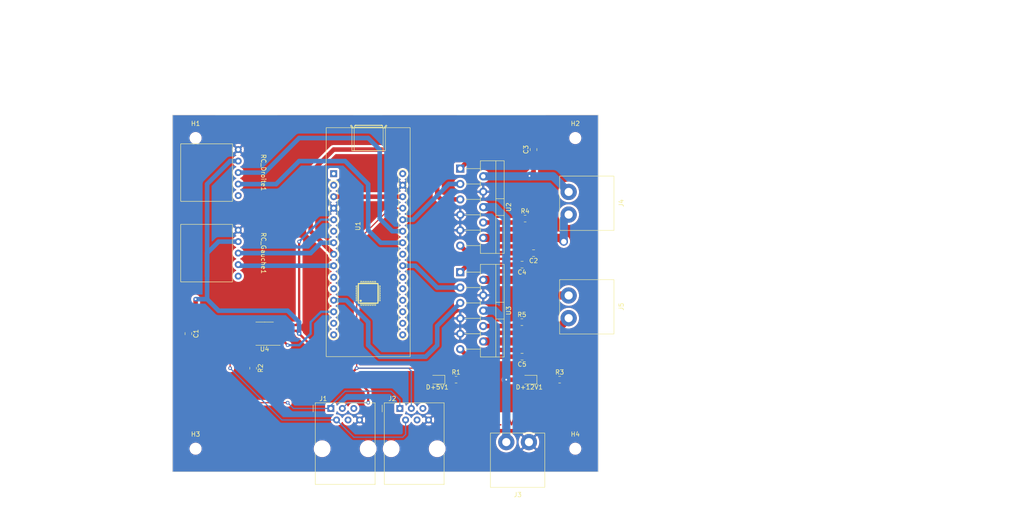
<source format=kicad_pcb>
(kicad_pcb (version 20221018) (generator pcbnew)
  (layers (0 "F.Cu" signal) (31 "B.Cu" signal) (34 "B.Paste" user) (35 "F.Paste" user) (36 "B.SilkS" user "B.Silkscreen") (37 "F.SilkS" user "F.Silkscreen") (38 "B.Mask" user) (39 "F.Mask" user) (44 "Edge.Cuts" user))
  (net 0 "")
  (net 1 "+5V")
  (net 2 "GND")
  (net 3 "Mot_D_Out2")
  (net 4 "Net-(U2-BOOTSTRAP2)")
  (net 5 "Mot_D_Out1")
  (net 6 "Net-(U2-BOOTSTRAP1)")
  (net 7 "Mot_G_Out1")
  (net 8 "Net-(U3-BOOTSTRAP1)")
  (net 9 "Mot_G_Out2")
  (net 10 "Net-(U3-BOOTSTRAP2)")
  (net 11 "Net-(D+5V1-K)")
  (net 12 "Net-(D+12V1-K)")
  (net 13 "+12V")
  (net 14 "CANL")
  (net 15 "CANH")
  (net 20 "Net-(U4-Rs)")
  (net 21 "Net-(U2-CURRENT_SENSE_OUTPUT)")
  (net 22 "Net-(U3-CURRENT_SENSE_OUTPUT)")
  (net 23 "A_D")
  (net 24 "B_D")
  (net 26 "A_G")
  (net 27 "B_G")
  (net 31 "Net-(U1-~{RST}-Pad28)")
  (net 32 "CAN_RX")
  (net 34 "PWM_D")
  (net 37 "PWM_G")
  (net 38 "CAN_TX")
  (net 47 "DIR_G")
  (net 49 "DIR_D")
  (footprint "Resistor_SMD:R_0805_2012Metric" (layer "F.Cu") (at 151.4875 93.98)
    (fp_text reference "R4" (at 0 -1.65) (layer "F.SilkS"))
    (fp_text value "R")
    (pad "1" smd roundrect (at -0.9125 0) (size 1.025 1.4) (layers "F.Cu" "F.Paste" "F.Mask") (roundrect_rratio 0.243902) (net 21 "Net-(U2-CURRENT_SENSE_OUTPUT)"))
    (pad "2" smd roundrect (at 0.9125 0) (size 1.025 1.4) (layers "F.Cu" "F.Paste" "F.Mask") (roundrect_rratio 0.243902) (net 2 "GND"))
  )
  (footprint "Capacitor_SMD:C_0805_2012Metric" (layer "F.Cu") (at 153.35 78.74 90)
    (fp_text reference "C3" (at 0 -1.68 90) (layer "F.SilkS"))
    (fp_text value "C_Polarized")
    (pad "1" smd roundrect (at -0.95 0 90) (size 1 1.45) (layers "F.Cu" "F.Paste" "F.Mask") (net 5 "Mot_D_Out1"))
    (pad "2" smd roundrect (at 0.95 0 90) (size 1 1.45) (layers "F.Cu" "F.Paste" "F.Mask") (net 6 "Net-(U2-BOOTSTRAP1)"))
  )
  (footprint "PCM_Robot:HE14-5-angle" (layer "F.Cu") (at 93.2325 101.6 -90)
    (fp_text reference "RC_Gauche1" (at 0 -0.5 -90 unlocked) (layer "F.SilkS"))
    (fp_text value "roues_codeuses")
    (pad "1" thru_hole circle (at -5.08 5.08 270) (size 1.524 1.524) (drill 0.762) (layers "*.Cu" "*.Mask") (net 2 "GND"))
    (pad "2" thru_hole circle (at -2.54 5.08 270) (size 1.524 1.524) (drill 0.762) (layers "*.Cu" "*.Mask") (net 1 "+5V"))
    (pad "3" thru_hole circle (at 0 5.08 270) (size 1.524 1.524) (drill 0.762) (layers "*.Cu" "*.Mask") (net 26 "A_G"))
    (pad "4" thru_hole circle (at 2.54 5.08 270) (size 1.524 1.524) (drill 0.762) (layers "*.Cu" "*.Mask") (net 27 "B_G"))
    (pad "5" thru_hole circle (at 5.08 5.08 270) (size 1.524 1.524) (drill 0.762) (layers "*.Cu" "*.Mask"))
  )
  (footprint "Capacitor_SMD:C_0805_2012Metric" (layer "F.Cu") (at 150.81 104.14 180)
    (fp_text reference "C4" (at 0 -1.68) (layer "F.SilkS"))
    (fp_text value "C_Polarized")
    (pad "1" smd roundrect (at -0.95 0 180) (size 1 1.45) (layers "F.Cu" "F.Paste" "F.Mask") (net 7 "Mot_G_Out1"))
    (pad "2" smd roundrect (at 0.95 0 180) (size 1 1.45) (layers "F.Cu" "F.Paste" "F.Mask") (net 8 "Net-(U3-BOOTSTRAP1)"))
  )
  (footprint "Capacitor_SMD:C_0805_2012Metric" (layer "F.Cu") (at 150.81 124.46 180)
    (fp_text reference "C5" (at 0 -1.68) (layer "F.SilkS"))
    (fp_text value "C_Polarized")
    (pad "1" smd roundrect (at -0.95 0 180) (size 1 1.45) (layers "F.Cu" "F.Paste" "F.Mask") (net 9 "Mot_G_Out2"))
    (pad "2" smd roundrect (at 0.95 0 180) (size 1 1.45) (layers "F.Cu" "F.Paste" "F.Mask") (net 10 "Net-(U3-BOOTSTRAP2)"))
  )
  (footprint "Capacitor_SMD:C_0805_2012Metric" (layer "F.Cu") (at 153.35 101.6 180)
    (fp_text reference "C2" (at 0 -1.68) (layer "F.SilkS"))
    (fp_text value "C_Polarized")
    (pad "1" smd roundrect (at -0.95 0 180) (size 1 1.45) (layers "F.Cu" "F.Paste" "F.Mask") (net 3 "Mot_D_Out2"))
    (pad "2" smd roundrect (at 0.95 0 180) (size 1 1.45) (layers "F.Cu" "F.Paste" "F.Mask") (net 4 "Net-(U2-BOOTSTRAP2)"))
  )
  (footprint "MountingHole:MountingHole_2.2mm_M2" (layer "F.Cu") (at 162.56 144.78)
    (fp_text reference "H4" (at 0 -3.2) (layer "F.SilkS"))
    (fp_text value "MountingHole")
    (pad "" np_thru_hole circle (at 0 0) (size 2.2 2.2) (drill 2.2) (layers "*.Cu" "*.Mask"))
  )
  (footprint "MountingHole:MountingHole_2.2mm_M2" (layer "F.Cu") (at 78.74 76.2)
    (fp_text reference "H1" (at 0 -3.2) (layer "F.SilkS"))
    (fp_text value "MountingHole")
    (pad "" np_thru_hole circle (at 0 0) (size 2.2 2.2) (drill 2.2) (layers "*.Cu" "*.Mask"))
  )
  (footprint "PCM_Robot:RJ12" (layer "F.Cu") (at 123.83 135.89)
    (fp_text reference "J2" (at -1.67 -2.16) (layer "F.SilkS"))
    (fp_text value "RJ_can")
    (pad "" np_thru_hole circle (at -1.91 8.89) (size 3.25 3.25) (drill 3.25) (layers "*.Cu" "*.Mask"))
    (pad "" np_thru_hole circle (at 8.25 8.89) (size 3.25 3.25) (drill 3.25) (layers "*.Cu" "*.Mask"))
    (pad "1" thru_hole rect (at 0 0) (size 1.52 1.52) (drill 0.76) (layers "*.Cu" "*.Mask") (net 14 "CANL"))
    (pad "2" thru_hole circle (at 1.27 2.54) (size 1.52 1.52) (drill 0.76) (layers "*.Cu" "*.Mask") (net 15 "CANH"))
    (pad "3" thru_hole circle (at 2.54 0) (size 1.52 1.52) (drill 0.76) (layers "*.Cu" "*.Mask") (net 1 "+5V"))
    (pad "4" thru_hole circle (at 3.81 2.54) (size 1.52 1.52) (drill 0.76) (layers "*.Cu" "*.Mask"))
    (pad "5" thru_hole circle (at 5.08 0) (size 1.52 1.52) (drill 0.76) (layers "*.Cu" "*.Mask"))
    (pad "6" thru_hole circle (at 6.35 2.54) (size 1.52 1.52) (drill 0.76) (layers "*.Cu" "*.Mask") (net 2 "GND"))
  )
  (footprint "LED_SMD:LED_0805_2012Metric" (layer "F.Cu") (at 132.08 129.54 180)
    (fp_text reference "D+5V1" (at 0 -1.65 180) (layer "F.SilkS"))
    (fp_text value "LED")
    (pad "1" smd roundrect (at -0.9375 0 180) (size 0.975 1.4) (layers "F.Cu" "F.Paste" "F.Mask") (net 11 "Net-(D+5V1-K)"))
    (pad "2" smd roundrect (at 0.9375 0 180) (size 0.975 1.4) (layers "F.Cu" "F.Paste" "F.Mask") (net 1 "+5V"))
  )
  (footprint "Package_TO_SOT_THT:TO-220-11_P3.4x5.08mm_StaggerOdd_Lead4.85mm_Vertical" (layer "F.Cu") (at 137.16 82.94 -90)
    (fp_text reference "U2" (at 8.5 -10.7 90) (layer "F.SilkS"))
    (fp_text value "LMD18200")
    (pad "1" thru_hole rect (at 0 0 270) (size 1.8 1.8) (drill 1) (layers "*.Cu" "*.Mask") (net 6 "Net-(U2-BOOTSTRAP1)"))
    (pad "2" thru_hole oval (at 1.7 -5.08 270) (size 1.8 1.8) (drill 1) (layers "*.Cu" "*.Mask") (net 5 "Mot_D_Out1"))
    (pad "3" thru_hole oval (at 3.4 0 270) (size 1.8 1.8) (drill 1) (layers "*.Cu" "*.Mask") (net 49 "DIR_D"))
    (pad "4" thru_hole oval (at 5.1 -5.08 270) (size 1.8 1.8) (drill 1) (layers "*.Cu" "*.Mask") (net 2 "GND"))
    (pad "5" thru_hole oval (at 6.8 0 270) (size 1.8 1.8) (drill 1) (layers "*.Cu" "*.Mask") (net 34 "PWM_D"))
    (pad "6" thru_hole oval (at 8.5 -5.08 270) (size 1.8 1.8) (drill 1) (layers "*.Cu" "*.Mask") (net 13 "+12V"))
    (pad "7" thru_hole oval (at 10.2 0 270) (size 1.8 1.8) (drill 1) (layers "*.Cu" "*.Mask") (net 2 "GND"))
    (pad "8" thru_hole oval (at 11.9 -5.08 270) (size 1.8 1.8) (drill 1) (layers "*.Cu" "*.Mask") (net 21 "Net-(U2-CURRENT_SENSE_OUTPUT)"))
    (pad "9" thru_hole oval (at 13.6 0 270) (size 1.8 1.8) (drill 1) (layers "*.Cu" "*.Mask") (net 2 "GND"))
    (pad "10" thru_hole oval (at 15.3 -5.08 270) (size 1.8 1.8) (drill 1) (layers "*.Cu" "*.Mask") (net 3 "Mot_D_Out2"))
    (pad "11" thru_hole oval (at 17 0 270) (size 1.8 1.8) (drill 1) (layers "*.Cu" "*.Mask") (net 4 "Net-(U2-BOOTSTRAP2)"))
  )
  (footprint "PCM_Robot:HE14-5-angle" (layer "F.Cu") (at 93.2325 83.82 -90)
    (fp_text reference "RC_Droite1" (at 0 -0.5 -90 unlocked) (layer "F.SilkS"))
    (fp_text value "roues_codeuses")
    (pad "1" thru_hole circle (at -5.08 5.08 270) (size 1.524 1.524) (drill 0.762) (layers "*.Cu" "*.Mask") (net 2 "GND"))
    (pad "2" thru_hole circle (at -2.54 5.08 270) (size 1.524 1.524) (drill 0.762) (layers "*.Cu" "*.Mask") (net 1 "+5V"))
    (pad "3" thru_hole circle (at 0 5.08 270) (size 1.524 1.524) (drill 0.762) (layers "*.Cu" "*.Mask") (net 23 "A_D"))
    (pad "4" thru_hole circle (at 2.54 5.08 270) (size 1.524 1.524) (drill 0.762) (layers "*.Cu" "*.Mask") (net 24 "B_D"))
    (pad "5" thru_hole circle (at 5.08 5.08 270) (size 1.524 1.524) (drill 0.762) (layers "*.Cu" "*.Mask"))
  )
  (footprint "Resistor_SMD:R_0805_2012Metric" (layer "F.Cu") (at 150.7725 116.84)
    (fp_text reference "R5" (at 0 -1.65) (layer "F.SilkS"))
    (fp_text value "R")
    (pad "1" smd roundrect (at -0.9125 0) (size 1.025 1.4) (layers "F.Cu" "F.Paste" "F.Mask") (roundrect_rratio 0.243902) (net 22 "Net-(U3-CURRENT_SENSE_OUTPUT)"))
    (pad "2" smd roundrect (at 0.9125 0) (size 1.025 1.4) (layers "F.Cu" "F.Paste" "F.Mask") (roundrect_rratio 0.243902) (net 2 "GND"))
  )
  (footprint "Package_TO_SOT_THT:TO-220-11_P3.4x5.08mm_StaggerOdd_Lead4.85mm_Vertical" (layer "F.Cu") (at 137.16 105.8 -90)
    (fp_text reference "U3" (at 8.5 -10.7 90) (layer "F.SilkS"))
    (fp_text value "LMD18200")
    (pad "1" thru_hole rect (at 0 0 270) (size 1.8 1.8) (drill 1) (layers "*.Cu" "*.Mask") (net 8 "Net-(U3-BOOTSTRAP1)"))
    (pad "2" thru_hole oval (at 1.7 -5.08 270) (size 1.8 1.8) (drill 1) (layers "*.Cu" "*.Mask") (net 7 "Mot_G_Out1"))
    (pad "3" thru_hole oval (at 3.4 0 270) (size 1.8 1.8) (drill 1) (layers "*.Cu" "*.Mask") (net 47 "DIR_G"))
    (pad "4" thru_hole oval (at 5.1 -5.08 270) (size 1.8 1.8) (drill 1) (layers "*.Cu" "*.Mask") (net 2 "GND"))
    (pad "5" thru_hole oval (at 6.8 0 270) (size 1.8 1.8) (drill 1) (layers "*.Cu" "*.Mask") (net 37 "PWM_G"))
    (pad "6" thru_hole oval (at 8.5 -5.08 270) (size 1.8 1.8) (drill 1) (layers "*.Cu" "*.Mask") (net 13 "+12V"))
    (pad "7" thru_hole oval (at 10.2 0 270) (size 1.8 1.8) (drill 1) (layers "*.Cu" "*.Mask") (net 2 "GND"))
    (pad "8" thru_hole oval (at 11.9 -5.08 270) (size 1.8 1.8) (drill 1) (layers "*.Cu" "*.Mask") (net 22 "Net-(U3-CURRENT_SENSE_OUTPUT)"))
    (pad "9" thru_hole oval (at 13.6 0 270) (size 1.8 1.8) (drill 1) (layers "*.Cu" "*.Mask") (net 2 "GND"))
    (pad "10" thru_hole oval (at 15.3 -5.08 270) (size 1.8 1.8) (drill 1) (layers "*.Cu" "*.Mask") (net 9 "Mot_G_Out2"))
    (pad "11" thru_hole oval (at 17 0 270) (size 1.8 1.8) (drill 1) (layers "*.Cu" "*.Mask") (net 10 "Net-(U3-BOOTSTRAP2)"))
  )
  (footprint "PCM_Robot:Nucleo_STM32G431KB" (layer "F.Cu") (at 109.22 84.064461)
    (fp_text reference "U1" (at 5.358 11.557 90 unlocked) (layer "F.SilkS"))
    (fp_text value "Nucleo_STM32G431KB")
    (pad "1" thru_hole trapezoid (at 0 0) (size 1.524 1.524) (drill 0.762) (layers "*.Cu" "*.Mask"))
    (pad "2" thru_hole circle (at 0 2.54) (size 1.524 1.524) (drill 0.762) (layers "*.Cu" "*.Mask"))
    (pad "3" thru_hole circle (at 0 5.08) (size 1.524 1.524) (drill 0.762) (layers "*.Cu" "*.Mask") (net 31 "Net-(U1-~{RST}-Pad28)"))
    (pad "4" thru_hole circle (at 0 7.62) (size 1.524 1.524) (drill 0.762) (layers "*.Cu" "*.Mask") (net 2 "GND"))
    (pad "5" thru_hole circle (at 0 10.16) (size 1.524 1.524) (drill 0.762) (layers "*.Cu" "*.Mask") (net 32 "CAN_RX"))
    (pad "6" thru_hole circle (at 0 12.7) (size 1.524 1.524) (drill 0.762) (layers "*.Cu" "*.Mask"))
    (pad "7" thru_hole circle (at 0 15.24) (size 1.524 1.524) (drill 0.762) (layers "*.Cu" "*.Mask") (net 26 "A_G"))
    (pad "8" thru_hole circle (at 0 17.78) (size 1.524 1.524) (drill 0.762) (layers "*.Cu" "*.Mask") (net 34 "PWM_D"))
    (pad "9" thru_hole circle (at 0 20.32) (size 1.524 1.524) (drill 0.762) (layers "*.Cu" "*.Mask") (net 27 "B_G"))
    (pad "10" thru_hole circle (at 0 22.86) (size 1.524 1.524) (drill 0.762) (layers "*.Cu" "*.Mask"))
    (pad "11" thru_hole circle (at 0 25.4) (size 1.524 1.524) (drill 0.762) (layers "*.Cu" "*.Mask"))
    (pad "12" thru_hole circle (at 0 27.94) (size 1.524 1.524) (drill 0.762) (layers "*.Cu" "*.Mask") (net 37 "PWM_G"))
    (pad "13" thru_hole circle (at 0 30.48) (size 1.524 1.524) (drill 0.762) (layers "*.Cu" "*.Mask") (net 38 "CAN_TX"))
    (pad "14" thru_hole circle (at 0 33.02) (size 1.524 1.524) (drill 0.762) (layers "*.Cu" "*.Mask"))
    (pad "15" thru_hole circle (at 0 35.56) (size 1.524 1.524) (drill 0.762) (layers "*.Cu" "*.Mask"))
    (pad "16" thru_hole circle (at 15.24 35.56) (size 1.524 1.524) (drill 0.762) (layers "*.Cu" "*.Mask"))
    (pad "17" thru_hole circle (at 15.24 33.02) (size 1.524 1.524) (drill 0.762) (layers "*.Cu" "*.Mask"))
    (pad "18" thru_hole circle (at 15.24 30.48) (size 1.524 1.524) (drill 0.762) (layers "*.Cu" "*.Mask"))
    (pad "19" thru_hole circle (at 15.24 27.94) (size 1.524 1.524) (drill 0.762) (layers "*.Cu" "*.Mask"))
    (pad "20" thru_hole circle (at 15.24 25.4) (size 1.524 1.524) (drill 0.762) (layers "*.Cu" "*.Mask"))
    (pad "21" thru_hole circle (at 15.24 22.86) (size 1.524 1.524) (drill 0.762) (layers "*.Cu" "*.Mask"))
    (pad "22" thru_hole circle (at 15.24 20.32) (size 1.524 1.524) (drill 0.762) (layers "*.Cu" "*.Mask") (net 47 "DIR_G"))
    (pad "23" thru_hole circle (at 15.24 17.78) (size 1.524 1.524) (drill 0.762) (layers "*.Cu" "*.Mask"))
    (pad "24" thru_hole circle (at 15.24 15.24) (size 1.524 1.524) (drill 0.762) (layers "*.Cu" "*.Mask") (net 24 "B_D"))
    (pad "25" thru_hole circle (at 15.24 12.7) (size 1.524 1.524) (drill 0.762) (layers "*.Cu" "*.Mask") (net 23 "A_D"))
    (pad "26" thru_hole circle (at 15.24 10.16) (size 1.524 1.524) (drill 0.762) (layers "*.Cu" "*.Mask") (net 49 "DIR_D"))
    (pad "27" thru_hole circle (at 15.24 7.62) (size 1.524 1.524) (drill 0.762) (layers "*.Cu" "*.Mask") (net 1 "+5V"))
    (pad "28" thru_hole circle (at 15.24 5.08) (size 1.524 1.524) (drill 0.762) (layers "*.Cu" "*.Mask") (net 31 "Net-(U1-~{RST}-Pad28)"))
    (pad "29" thru_hole circle (at 15.24 2.54) (size 1.524 1.524) (drill 0.762) (layers "*.Cu" "*.Mask") (net 2 "GND"))
    (pad "30" thru_hole circle (at 15.24 0) (size 1.524 1.524) (drill 0.762) (layers "*.Cu" "*.Mask"))
  )
  (footprint "Package_SO:SOIC-8_3.9x4.9mm_P1.27mm" (layer "F.Cu") (at 93.98 119.38 180)
    (fp_text reference "U4" (at 0 -3.4) (layer "F.SilkS"))
    (fp_text value "MCP2551-I-SN")
    (pad "1" smd roundrect (at -2.475 -1.905 180) (size 1.95 0.6) (layers "F.Cu" "F.Paste" "F.Mask") (net 38 "CAN_TX"))
    (pad "2" smd roundrect (at -2.475 -0.635 180) (size 1.95 0.6) (layers "F.Cu" "F.Paste" "F.Mask") (net 2 "GND"))
    (pad "3" smd roundrect (at -2.475 0.635 180) (size 1.95 0.6) (layers "F.Cu" "F.Paste" "F.Mask") (net 1 "+5V"))
    (pad "4" smd roundrect (at -2.475 1.905 180) (size 1.95 0.6) (layers "F.Cu" "F.Paste" "F.Mask") (net 32 "CAN_RX"))
    (pad "5" smd roundrect (at 2.475 1.905 180) (size 1.95 0.6) (layers "F.Cu" "F.Paste" "F.Mask"))
    (pad "6" smd roundrect (at 2.475 0.635 180) (size 1.95 0.6) (layers "F.Cu" "F.Paste" "F.Mask") (net 14 "CANL"))
    (pad "7" smd roundrect (at 2.475 -0.635 180) (size 1.95 0.6) (layers "F.Cu" "F.Paste" "F.Mask") (net 15 "CANH"))
    (pad "8" smd roundrect (at 2.475 -1.905 180) (size 1.95 0.6) (layers "F.Cu" "F.Paste" "F.Mask") (net 20 "Net-(U4-Rs)"))
  )
  (footprint "LED_SMD:LED_0805_2012Metric" (layer "F.Cu") (at 152.4 129.54 180)
    (fp_text reference "D+12V1" (at 0 -1.65 180) (layer "F.SilkS"))
    (fp_text value "LED")
    (pad "1" smd roundrect (at -0.9375 0 180) (size 0.975 1.4) (layers "F.Cu" "F.Paste" "F.Mask") (net 12 "Net-(D+12V1-K)"))
    (pad "2" smd roundrect (at 0.9375 0 180) (size 0.975 1.4) (layers "F.Cu" "F.Paste" "F.Mask") (net 13 "+12V"))
  )
  (footprint "PCM_Robot:WR_TBL_3137_2pins" (layer "F.Cu") (at 149.86 147.32)
    (fp_text reference "J3" (at 0 7.62 unlocked) (layer "F.SilkS"))
    (fp_text value "connector_power")
    (pad "1" thru_hole circle (at -2.5325 -4 180) (size 3.58 3.58) (drill 1.8) (layers "*.Cu" "*.Mask") (net 13 "+12V"))
    (pad "2" thru_hole circle (at 2.4675 -4 180) (size 3.58 3.58) (drill 1.8) (layers "*.Cu" "*.Mask") (net 2 "GND"))
  )
  (footprint "Capacitor_SMD:C_0805_2012Metric" (layer "F.Cu") (at 77.15 119.38 -90)
    (fp_text reference "C1" (at 0 -1.68 90) (layer "F.SilkS"))
    (fp_text value "C_Polarized")
    (pad "1" smd roundrect (at -0.95 0 270) (size 1 1.45) (layers "F.Cu" "F.Paste" "F.Mask") (net 1 "+5V"))
    (pad "2" smd roundrect (at 0.95 0 270) (size 1 1.45) (layers "F.Cu" "F.Paste" "F.Mask") (net 2 "GND"))
  )
  (footprint "PCM_Robot:WR_TBL_3137_2pins" (layer "F.Cu") (at 165.1 113.42 90)
    (fp_text reference "J5" (at 0 7.62 90 unlocked) (layer "F.SilkS"))
    (fp_text value "connector_power")
    (pad "1" thru_hole circle (at -2.5325 -4 270) (size 3.58 3.58) (drill 1.8) (layers "*.Cu" "*.Mask") (net 9 "Mot_G_Out2"))
    (pad "2" thru_hole circle (at 2.4675 -4 270) (size 3.58 3.58) (drill 1.8) (layers "*.Cu" "*.Mask") (net 7 "Mot_G_Out1"))
  )
  (footprint "Resistor_SMD:R_0805_2012Metric" (layer "F.Cu") (at 159.1075 129.54)
    (fp_text reference "R3" (at 0 -1.65) (layer "F.SilkS"))
    (fp_text value "R")
    (pad "1" smd roundrect (at -0.9125 0) (size 1.025 1.4) (layers "F.Cu" "F.Paste" "F.Mask") (roundrect_rratio 0.243902) (net 12 "Net-(D+12V1-K)"))
    (pad "2" smd roundrect (at 0.9125 0) (size 1.025 1.4) (layers "F.Cu" "F.Paste" "F.Mask") (roundrect_rratio 0.243902) (net 2 "GND"))
  )
  (footprint "Resistor_SMD:R_0805_2012Metric" (layer "F.Cu") (at 136.2475 129.54)
    (fp_text reference "R1" (at 0 -1.65) (layer "F.SilkS"))
    (fp_text value "R")
    (pad "1" smd roundrect (at -0.9125 0) (size 1.025 1.4) (layers "F.Cu" "F.Paste" "F.Mask") (roundrect_rratio 0.243902) (net 11 "Net-(D+5V1-K)"))
    (pad "2" smd roundrect (at 0.9125 0) (size 1.025 1.4) (layers "F.Cu" "F.Paste" "F.Mask") (roundrect_rratio 0.243902) (net 2 "GND"))
  )
  (footprint "Resistor_SMD:R_0805_2012Metric" (layer "F.Cu") (at 91.44 127 -90)
    (fp_text reference "R2" (at 0 -1.65 90) (layer "F.SilkS"))
    (fp_text value "R")
    (pad "1" smd roundrect (at -0.9125 0 270) (size 1.025 1.4) (layers "F.Cu" "F.Paste" "F.Mask") (roundrect_rratio 0.243902) (net 20 "Net-(U4-Rs)"))
    (pad "2" smd roundrect (at 0.9125 0 270) (size 1.025 1.4) (layers "F.Cu" "F.Paste" "F.Mask") (roundrect_rratio 0.243902) (net 2 "GND"))
  )
  (footprint "MountingHole:MountingHole_2.2mm_M2" (layer "F.Cu") (at 162.56 76.2)
    (fp_text reference "H2" (at 0 -3.2) (layer "F.SilkS"))
    (fp_text value "MountingHole")
    (pad "" np_thru_hole circle (at 0 0) (size 2.2 2.2) (drill 2.2) (layers "*.Cu" "*.Mask"))
  )
  (footprint "PCM_Robot:WR_TBL_3137_2pins" (layer "F.Cu") (at 165.1 90.56 90)
    (fp_text reference "J4" (at 0 7.62 90 unlocked) (layer "F.SilkS"))
    (fp_text value "connector_power")
    (pad "1" thru_hole circle (at -2.5325 -4 270) (size 3.58 3.58) (drill 1.8) (layers "*.Cu" "*.Mask") (net 3 "Mot_D_Out2"))
    (pad "2" thru_hole circle (at 2.4675 -4 270) (size 3.58 3.58) (drill 1.8) (layers "*.Cu" "*.Mask") (net 5 "Mot_D_Out1"))
  )
  (footprint "PCM_Robot:RJ12" (layer "F.Cu") (at 108.59 135.89)
    (fp_text reference "J1" (at -1.67 -2.16) (layer "F.SilkS"))
    (fp_text value "RJ_can")
    (pad "" np_thru_hole circle (at -1.91 8.89) (size 3.25 3.25) (drill 3.25) (layers "*.Cu" "*.Mask"))
    (pad "" np_thru_hole circle (at 8.25 8.89) (size 3.25 3.25) (drill 3.25) (layers "*.Cu" "*.Mask"))
    (pad "1" thru_hole rect (at 0 0) (size 1.52 1.52) (drill 0.76) (layers "*.Cu" "*.Mask") (net 14 "CANL"))
    (pad "2" thru_hole circle (at 1.27 2.54) (size 1.52 1.52) (drill 0.76) (layers "*.Cu" "*.Mask") (net 15 "CANH"))
    (pad "3" thru_hole circle (at 2.54 0) (size 1.52 1.52) (drill 0.76) (layers "*.Cu" "*.Mask") (net 1 "+5V"))
    (pad "4" thru_hole circle (at 3.81 2.54) (size 1.52 1.52) (drill 0.76) (layers "*.Cu" "*.Mask"))
    (pad "5" thru_hole circle (at 5.08 0) (size 1.52 1.52) (drill 0.76) (layers "*.Cu" "*.Mask"))
    (pad "6" thru_hole circle (at 6.35 2.54) (size 1.52 1.52) (drill 0.76) (layers "*.Cu" "*.Mask") (net 2 "GND"))
  )
  (footprint "MountingHole:MountingHole_2.2mm_M2" (layer "F.Cu") (at 78.74 144.78)
    (fp_text reference "H3" (at 0 -3.2) (layer "F.SilkS"))
    (fp_text value "MountingHole")
    (pad "" np_thru_hole circle (at 0 0) (size 2.2 2.2) (drill 2.2) (layers "*.Cu" "*.Mask"))
  )
  (gr_rect (start 73.66 71.12) (end 167.6146 71.12) (stroke (width 0.1)) (fill none) (layer "Edge.Cuts"))
  (gr_line (start 114.3 149.86) (end 106.68 149.86) (stroke (width 0.1)) (layer "Edge.Cuts"))
  (gr_rect (start 73.66 149.86) (end 111.76 149.86) (stroke (width 0.1)) (fill none) (layer "Edge.Cuts"))
  (gr_rect (start 73.66 71.12) (end 73.66 149.86) (stroke (width 0.1)) (fill none) (layer "Edge.Cuts"))
  (gr_rect (start 167.6146 71.12) (end 167.64 149.86) (stroke (width 0.1)) (fill none) (layer "Edge.Cuts"))
  (gr_line (start 167.64 149.86) (end 114.3 149.86) (stroke (width 0.1)) (layer "Edge.Cuts"))
  (gr_text "ENCODERS\n" (at 83.82 73.66) (layer "F.Cu") (effects (font (size 1.5 1.5) (thickness 0.3) bold) (justify left bottom)))
  (gr_text "12V" (at 144.78 139.7) (layer "F.Cu") (effects (font (size 1.5 1.5) (thickness 0.3) bold) (justify left bottom)))
  (gr_text "MOTOR DRIVERS" (at 137.16 73.66) (layer "F.Cu") (effects (font (size 1.5 1.5) (thickness 0.3) bold) (justify left bottom)))
  (gr_text "CAN BUS\n" (at 91.44 147.32) (layer "F.Cu") (effects (font (size 1.5 1.5) (thickness 0.3) bold) (justify left bottom)))
  (gr_text "GND" (at 149.86 139.7) (layer "F.Cu") (effects (font (size 1.5 1.5) (thickness 0.3) bold) (justify left bottom)))
  (gr_text "USB" (at 114.3 73.66) (layer "F.Cu") (effects (font (size 1.5 1.5) (thickness 0.3) bold) (justify left bottom)))
  (segment (start 116.84 132.08) (end 116.84 134.62) (width 0.5) (layer "F.Cu") (net 1))
  (segment (start 114.3 99.06) (end 121.675539 91.684461) (width 0.25) (layer "F.Cu") (net 1))
  (segment (start 101.6 119.38) (end 106.68 124.46) (width 0.5) (layer "F.Cu") (net 1))
  (segment (start 128.6025 127) (end 114.3 127) (width 0.25) (layer "F.Cu") (net 1))
  (segment (start 106.68 127) (end 109.22 129.54) (width 0.5) (layer "F.Cu") (net 1))
  (segment (start 78.74 116.84) (end 77.15 118.43) (width 1) (layer "F.Cu") (net 1))
  (segment (start 106.68 124.46) (end 106.68 127) (width 0.5) (layer "F.Cu") (net 1))
  (segment (start 96.455 118.745) (end 100.965 118.745) (width 0.5) (layer "F.Cu") (net 1))
  (segment (start 121.675539 91.684461) (end 124.46 91.684461) (width 0.25) (layer "F.Cu") (net 1))
  (segment (start 100.965 118.745) (end 101.6 119.38) (width 0.5) (layer "F.Cu") (net 1))
  (segment (start 111.76 129.54) (end 114.3 127) (width 0.5) (layer "F.Cu") (net 1))
  (segment (start 114.3 127) (end 114.3 99.06) (width 0.25) (layer "F.Cu") (net 1))
  (segment (start 111.76 129.54) (end 114.3 129.54) (width 0.5) (layer "F.Cu") (net 1))
  (segment (start 114.3 129.54) (end 116.84 132.08) (width 0.5) (layer "F.Cu") (net 1))
  (segment (start 109.22 129.54) (end 111.76 129.54) (width 0.5) (layer "F.Cu") (net 1))
  (segment (start 78.74 111.76) (end 78.74 116.84) (width 1) (layer "F.Cu") (net 1))
  (segment (start 131.1425 129.54) (end 128.6025 127) (width 0.25) (layer "F.Cu") (net 1))
  (via (at 101.6 119.38) (size 0.8) (drill 0.4) (layers "F.Cu" "B.Cu") (net 1))
  (via (at 116.84 134.62) (size 0.8) (drill 0.4) (layers "F.Cu" "B.Cu") (net 1))
  (via (at 78.74 111.76) (size 0.8) (drill 0.4) (layers "F.Cu" "B.Cu") (net 1))
  (via (at 114.3 127) (size 0.8) (drill 0.4) (layers "F.Cu" "B.Cu") (net 1))
  (segment (start 88.1525 99.06) (end 83.82 99.06) (width 1) (layer "B.Cu") (net 1))
  (segment (start 126.37 135.89) (end 126.37 127.63) (width 0.25) (layer "B.Cu") (net 1))
  (segment (start 86.36 81.28) (end 81.28 86.36) (width 1) (layer "B.Cu") (net 1))
  (segment (start 126.37 127.63) (end 125.74 127) (width 0.25) (layer "B.Cu") (net 1))
  (segment (start 81.28 106.68) (end 81.28 111.76) (width 1) (layer "B.Cu") (net 1))
  (segment (start 101.6 116.84) (end 101.6 119.38) (width 1) (layer "B.Cu") (net 1))
  (segment (start 83.82 99.06) (end 81.28 101.6) (width 1) (layer "B.Cu") (net 1))
  (segment (start 111.13 135.89) (end 112.4 134.62) (width 0.25) (layer "B.Cu") (net 1))
  (segment (start 81.28 111.76) (end 83.82 114.3) (width 1) (layer "B.Cu") (net 1))
  (segment (start 99.06 114.3) (end 101.6 116.84) (width 1) (layer "B.Cu") (net 1))
  (segment (start 83.82 114.3) (end 99.06 114.3) (width 1) (layer "B.Cu") (net 1))
  (segment (start 81.28 111.76) (end 78.74 111.76) (width 1) (layer "B.Cu") (net 1))
  (segment (start 114.3 134.62) (end 116.84 134.62) (width 0.25) (layer "B.Cu") (net 1))
  (segment (start 81.28 101.6) (end 81.28 106.68) (width 1) (layer "B.Cu") (net 1))
  (segment (start 112.4 134.62) (end 114.3 134.62) (width 0.25) (layer "B.Cu") (net 1))
  (segment (start 125.74 127) (end 114.3 127) (width 0.25) (layer "B.Cu") (net 1))
  (segment (start 88.1525 81.28) (end 86.36 81.28) (width 1) (layer "B.Cu") (net 1))
  (segment (start 81.28 86.36) (end 81.28 106.68) (width 1) (layer "B.Cu") (net 1))
  (segment (start 158.4925 98.24) (end 159.2 98.24) (width 1.8) (layer "F.Cu") (net 3))
  (segment (start 159.2 98.24) (end 160.02 99.06) (width 1.8) (layer "F.Cu") (net 3))
  (segment (start 154.3 101.42) (end 157.48 98.24) (width 1) (layer "F.Cu") (net 3))
  (segment (start 154.3 101.6) (end 154.3 101.42) (width 1) (layer "F.Cu") (net 3))
  (segment (start 157.48 98.24) (end 158.4925 98.24) (width 1.8) (layer "F.Cu") (net 3))
  (segment (start 142.24 98.24) (end 157.48 98.24) (width 1.8) (layer "F.Cu") (net 3))
  (via (at 160.02 99.06) (size 1.8) (drill 1.2) (layers "F.Cu" "B.Cu") (net 3))
  (segment (start 160.02 99.06) (end 160.02 94.1725) (width 1.8) (layer "B.Cu") (net 3))
  (segment (start 160.02 94.1725) (end 161.1 93.0925) (width 1.8) (layer "B.Cu") (net 3))
  (segment (start 138.82 101.6) (end 137.16 99.94) (width 1) (layer "F.Cu") (net 4))
  (segment (start 152.4 101.6) (end 138.82 101.6) (width 1) (layer "F.Cu") (net 4))
  (segment (start 153.35 79.69) (end 153.35 83.658223) (width 1) (layer "F.Cu") (net 5))
  (segment (start 153.35 83.658223) (end 152.454922 84.553301) (width 1) (layer "F.Cu") (net 5))
  (via (at 152.454922 84.553301) (size 0.8) (drill 0.4) (layers "F.Cu" "B.Cu") (net 5))
  (segment (start 152.541621 84.64) (end 157.6475 84.64) (width 1.8) (layer "B.Cu") (net 5))
  (segment (start 152.454922 84.553301) (end 152.541621 84.64) (width 1.8) (layer "B.Cu") (net 5))
  (segment (start 152.368223 84.64) (end 152.454922 84.553301) (width 1.8) (layer "B.Cu") (net 5))
  (segment (start 142.24 84.64) (end 152.368223 84.64) (width 1.8) (layer "B.Cu") (net 5))
  (segment (start 157.6475 84.64) (end 161.1 88.0925) (width 1.8) (layer "B.Cu") (net 5))
  (segment (start 142.31 77.79) (end 137.16 82.94) (width 1) (layer "F.Cu") (net 6))
  (segment (start 153.35 77.79) (end 142.31 77.79) (width 1) (layer "F.Cu") (net 6))
  (segment (start 151.76 106.44) (end 150.7 107.5) (width 1) (layer "F.Cu") (net 7))
  (segment (start 150.68 107.5) (end 154.1325 110.9525) (width 1.8) (layer "F.Cu") (net 7))
  (segment (start 154.1325 110.9525) (end 161.1 110.9525) (width 1.8) (layer "F.Cu") (net 7))
  (segment (start 151.76 104.14) (end 151.76 106.44) (width 1) (layer "F.Cu") (net 7))
  (segment (start 150.68 107.5) (end 150.7 107.5) (width 1.8) (layer "F.Cu") (net 7))
  (segment (start 142.24 107.5) (end 150.68 107.5) (width 1.8) (layer "F.Cu") (net 7))
  (segment (start 149.86 104.14) (end 138.82 104.14) (width 1) (layer "F.Cu") (net 8))
  (segment (start 138.82 104.14) (end 137.16 105.8) (width 1) (layer "F.Cu") (net 8))
  (segment (start 151.76 124.46) (end 151.76 121.74) (width 1) (layer "F.Cu") (net 9))
  (segment (start 142.24 121.1) (end 149.92 121.1) (width 1.8) (layer "F.Cu") (net 9))
  (segment (start 155.9525 121.1) (end 161.1 115.9525) (width 1.8) (layer "F.Cu") (net 9))
  (segment (start 151.76 121.74) (end 152.4 121.1) (width 1) (layer "F.Cu") (net 9))
  (segment (start 149.92 121.1) (end 152.4 121.1) (width 1.8) (layer "F.Cu") (net 9))
  (segment (start 152.4 121.1) (end 155.9525 121.1) (width 1.8) (layer "F.Cu") (net 9))
  (segment (start 149.86 124.46) (end 138.82 124.46) (width 1) (layer "F.Cu") (net 10))
  (segment (start 138.82 124.46) (end 137.16 122.8) (width 1) (layer "F.Cu") (net 10))
  (segment (start 133.0175 129.54) (end 135.335 129.54) (width 1) (layer "F.Cu") (net 11))
  (segment (start 153.3375 129.54) (end 158.195 129.54) (width 1) (layer "F.Cu") (net 12))
  (segment (start 151.4625 129.54) (end 147.32 129.54) (width 1) (layer "F.Cu") (net 13))
  (via (at 147.32 129.54) (size 0.8) (drill 0.4) (layers "F.Cu" "B.Cu") (net 13))
  (segment (start 147.32 116.84) (end 147.32 93.98) (width 1.8) (layer "B.Cu") (net 13))
  (segment (start 147.32 93.98) (end 144.78 91.44) (width 1.8) (layer "B.Cu") (net 13))
  (segment (start 147.32 129.54) (end 147.32 116.84) (width 1.8) (layer "B.Cu") (net 13))
  (segment (start 144.78 91.44) (end 142.24 91.44) (width 1.8) (layer "B.Cu") (net 13))
  (segment (start 147.3275 143.32) (end 147.3275 129.5475) (width 1.8) (layer "B.Cu") (net 13))
  (segment (start 147.3275 129.5475) (end 147.32 129.54) (width 1.8) (layer "B.Cu") (net 13))
  (segment (start 147.32 116.84) (end 144.78 114.3) (width 1.8) (layer "B.Cu") (net 13))
  (segment (start 144.78 114.3) (end 142.24 114.3) (width 1.8) (layer "B.Cu") (net 13))
  (segment (start 83.82 121.92) (end 86.36 119.38) (width 0.25) (layer "F.Cu") (net 14))
  (segment (start 83.82 132.08) (end 83.82 121.92) (width 0.25) (layer "F.Cu") (net 14))
  (segment (start 86.995 118.745) (end 86.36 119.38) (width 0.5) (layer "F.Cu") (net 14))
  (segment (start 91.505 118.745) (end 86.995 118.745) (width 0.5) (layer "F.Cu") (net 14))
  (segment (start 99.06 134.62) (end 86.36 134.62) (width 0.25) (layer "F.Cu") (net 14))
  (segment (start 86.36 134.62) (end 83.82 132.08) (width 0.25) (layer "F.Cu") (net 14))
  (via (at 99.06 134.62) (size 0.8) (drill 0.4) (layers "F.Cu" "B.Cu") (net 14))
  (segment (start 100.33 135.89) (end 99.06 134.62) (width 0.25) (layer "B.Cu") (net 14))
  (segment (start 111.76 132.08) (end 108.59 135.25) (width 0.25) (layer "B.Cu") (net 14))
  (segment (start 108.59 135.89) (end 100.33 135.89) (width 0.25) (layer "B.Cu") (net 14))
  (segment (start 121.92 132.08) (end 111.76 132.08) (width 0.25) (layer "B.Cu") (net 14))
  (segment (start 108.59 135.25) (end 108.59 135.89) (width 0.25) (layer "B.Cu") (net 14))
  (segment (start 123.83 133.99) (end 121.92 132.08) (width 0.25) (layer "B.Cu") (net 14))
  (segment (start 123.83 135.89) (end 123.83 133.99) (width 0.25) (layer "B.Cu") (net 14))
  (segment (start 86.36 121.92) (end 88.265 120.015) (width 0.25) (layer "F.Cu") (net 15))
  (segment (start 86.36 127) (end 86.36 121.92) (width 0.25) (layer "F.Cu") (net 15))
  (segment (start 91.505 120.015) (end 88.265 120.015) (width 0.5) (layer "F.Cu") (net 15))
  (via (at 86.36 127) (size 0.8) (drill 0.4) (layers "F.Cu" "B.Cu") (net 15))
  (segment (start 113.67 142.24) (end 109.86 138.43) (width 0.25) (layer "B.Cu") (net 15))
  (segment (start 109.86 138.43) (end 97.79 138.43) (width 0.25) (layer "B.Cu") (net 15))
  (segment (start 124.46 142.24) (end 113.67 142.24) (width 0.25) (layer "B.Cu") (net 15))
  (segment (start 125.1 138.43) (end 125.1 141.6) (width 0.25) (layer "B.Cu") (net 15))
  (segment (start 97.79 138.43) (end 86.36 127) (width 0.25) (layer "B.Cu") (net 15))
  (segment (start 125.1 141.6) (end 124.46 142.24) (width 0.25) (layer "B.Cu") (net 15))
  (segment (start 91.505 126.0225) (end 91.44 126.0875) (width 0.5) (layer "F.Cu") (net 20))
  (segment (start 91.505 121.285) (end 91.505 126.0225) (width 0.5) (layer "F.Cu") (net 20))
  (segment (start 142.24 94.84) (end 149.715 94.84) (width 1) (layer "F.Cu") (net 21))
  (segment (start 149.715 94.84) (end 150.575 93.98) (width 1) (layer "F.Cu") (net 21))
  (segment (start 149 117.7) (end 149.86 116.84) (width 1) (layer "F.Cu") (net 22))
  (segment (start 142.24 117.7) (end 149 117.7) (width 1) (layer "F.Cu") (net 22))
  (segment (start 122.164461 96.764461) (end 124.46 96.764461) (width 1) (layer "B.Cu") (net 23))
  (segment (start 119.38 78.74) (end 119.38 93.98) (width 1) (layer "B.Cu") (net 23))
  (segment (start 93.98 83.82) (end 101.6 76.2) (width 1) (layer "B.Cu") (net 23))
  (segment (start 116.84 76.2) (end 119.38 78.74) (width 1) (layer "B.Cu") (net 23))
  (segment (start 88.1525 83.82) (end 93.98 83.82) (width 1) (layer "B.Cu") (net 23))
  (segment (start 101.6 76.2) (end 116.84 76.2) (width 1) (layer "B.Cu") (net 23))
  (segment (start 119.38 93.98) (end 122.164461 96.764461) (width 1) (layer "B.Cu") (net 23))
  (segment (start 116.84 86.36) (end 111.76 81.28) (width 1) (layer "B.Cu") (net 24))
  (segment (start 101.6 81.28) (end 96.52 86.36) (width 1) (layer "B.Cu") (net 24))
  (segment (start 124.46 99.304461) (end 119.624461 99.304461) (width 1) (layer "B.Cu") (net 24))
  (segment (start 119.624461 99.304461) (end 116.84 96.52) (width 1) (layer "B.Cu") (net 24))
  (segment (start 96.52 86.36) (end 88.1525 86.36) (width 1) (layer "B.Cu") (net 24))
  (segment (start 111.76 81.28) (end 101.6 81.28) (width 1) (layer "B.Cu") (net 24))
  (segment (start 116.84 96.52) (end 116.84 86.36) (width 1) (layer "B.Cu") (net 24))
  (segment (start 88.1525 101.6) (end 104.14 101.6) (width 1) (layer "B.Cu") (net 26))
  (segment (start 106.435539 99.304461) (end 109.22 99.304461) (width 1) (layer "B.Cu") (net 26))
  (segment (start 104.14 101.6) (end 106.435539 99.304461) (width 1) (layer "B.Cu") (net 26))
  (segment (start 109.22 104.384461) (end 88.396961 104.384461) (width 1) (layer "B.Cu") (net 27))
  (segment (start 88.396961 104.384461) (end 88.1525 104.14) (width 1) (layer "B.Cu") (net 27))
  (segment (start 109.22 89.144461) (end 124.46 89.144461) (width 1) (layer "F.Cu") (net 31))
  (segment (start 96.455 117.475) (end 100.965 117.475) (width 0.5) (layer "F.Cu") (net 32))
  (segment (start 101.6 116.84) (end 101.6 99.06) (width 0.5) (layer "F.Cu") (net 32))
  (segment (start 100.965 117.475) (end 101.6 116.84) (width 0.5) (layer "F.Cu") (net 32))
  (via (at 101.6 99.06) (size 0.8) (drill 0.4) (layers "F.Cu" "B.Cu") (net 32))
  (segment (start 106.435539 94.224461) (end 109.22 94.224461) (width 0.5) (layer "B.Cu") (net 32))
  (segment (start 101.6 99.06) (end 106.435539 94.224461) (width 0.5) (layer "B.Cu") (net 32))
  (segment (start 132.08 83.82) (end 132.08 88.9) (width 1) (layer "F.Cu") (net 34))
  (segment (start 104.14 96.764461) (end 109.22 101.844461) (width 1) (layer "F.Cu") (net 34))
  (segment (start 109.22 78.74) (end 104.14 83.82) (width 1) (layer "F.Cu") (net 34))
  (segment (start 132.92 89.74) (end 137.16 89.74) (width 1) (layer "F.Cu") (net 34))
  (segment (start 127 78.74) (end 132.08 83.82) (width 1) (layer "F.Cu") (net 34))
  (segment (start 132.08 88.9) (end 132.92 89.74) (width 1) (layer "F.Cu") (net 34))
  (segment (start 104.14 83.82) (end 104.14 96.764461) (width 1) (layer "F.Cu") (net 34))
  (segment (start 127 78.74) (end 109.22 78.74) (width 1) (layer "F.Cu") (net 34))
  (segment (start 137.16 112.6) (end 132.08 117.68) (width 1) (layer "B.Cu") (net 37))
  (segment (start 132.08 117.68) (end 132.08 121.92) (width 1) (layer "B.Cu") (net 37))
  (segment (start 119.38 124.46) (end 116.84 121.92) (width 1) (layer "B.Cu") (net 37))
  (segment (start 116.84 116.84) (end 112.004461 112.004461) (width 1) (layer "B.Cu") (net 37))
  (segment (start 132.08 121.92) (end 129.54 124.46) (width 1) (layer "B.Cu") (net 37))
  (segment (start 129.54 124.46) (end 119.38 124.46) (width 1) (layer "B.Cu") (net 37))
  (segment (start 112.004461 112.004461) (end 109.22 112.004461) (width 1) (layer "B.Cu") (net 37))
  (segment (start 116.84 121.92) (end 116.84 116.84) (width 1) (layer "B.Cu") (net 37))
  (segment (start 98.425 121.285) (end 99.06 121.92) (width 0.5) (layer "F.Cu") (net 38))
  (segment (start 96.455 121.285) (end 98.425 121.285) (width 0.5) (layer "F.Cu") (net 38))
  (via (at 99.06 121.92) (size 0.8) (drill 0.4) (layers "F.Cu" "B.Cu") (net 38))
  (segment (start 101.6 121.92) (end 104.14 119.38) (width 0.5) (layer "B.Cu") (net 38))
  (segment (start 106.435539 114.544461) (end 109.22 114.544461) (width 0.5) (layer "B.Cu") (net 38))
  (segment (start 99.06 121.92) (end 101.6 121.92) (width 0.5) (layer "B.Cu") (net 38))
  (segment (start 104.14 119.38) (end 104.14 116.84) (width 0.5) (layer "B.Cu") (net 38))
  (segment (start 104.14 116.84) (end 106.435539 114.544461) (width 0.5) (layer "B.Cu") (net 38))
  (segment (start 127.244461 104.384461) (end 124.46 104.384461) (width 1) (layer "B.Cu") (net 47))
  (segment (start 137.16 109.2) (end 132.06 109.2) (width 1) (layer "B.Cu") (net 47))
  (segment (start 132.06 109.2) (end 127.244461 104.384461) (width 1) (layer "B.Cu") (net 47))
  (segment (start 134.64 86.34) (end 137.16 86.34) (width 1) (layer "B.Cu") (net 49))
  (segment (start 126.755539 94.224461) (end 134.64 86.34) (width 1) (layer "B.Cu") (net 49))
  (segment (start 124.46 94.224461) (end 126.755539 94.224461) (width 1) (layer "B.Cu") (net 49))
  (zone (net 2) (net_name "GND") (layers "F&B.Cu") (name "gnd") (connect_pads (clearance 0.5)) (min_thickness 0.25) (fill yes (thermal_gap 0.5) (thermal_bridge_width 0.5))
    (polygon (pts (xy 261.62 157.48) (xy 261.62 45.72) (xy 35.56 45.72) (xy 35.56 157.48)))
  )
)
</source>
